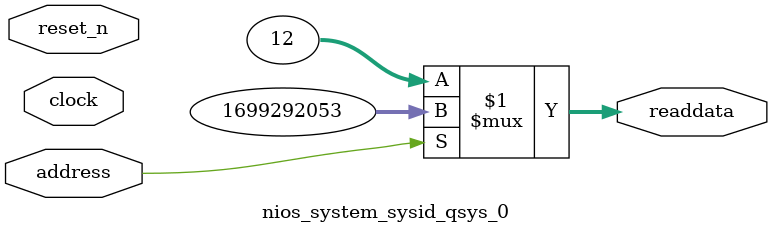
<source format=v>



// synthesis translate_off
`timescale 1ns / 1ps
// synthesis translate_on

// turn off superfluous verilog processor warnings 
// altera message_level Level1 
// altera message_off 10034 10035 10036 10037 10230 10240 10030 

module nios_system_sysid_qsys_0 (
               // inputs:
                address,
                clock,
                reset_n,

               // outputs:
                readdata
             )
;

  output  [ 31: 0] readdata;
  input            address;
  input            clock;
  input            reset_n;

  wire    [ 31: 0] readdata;
  //control_slave, which is an e_avalon_slave
  assign readdata = address ? 1699292053 : 12;

endmodule



</source>
